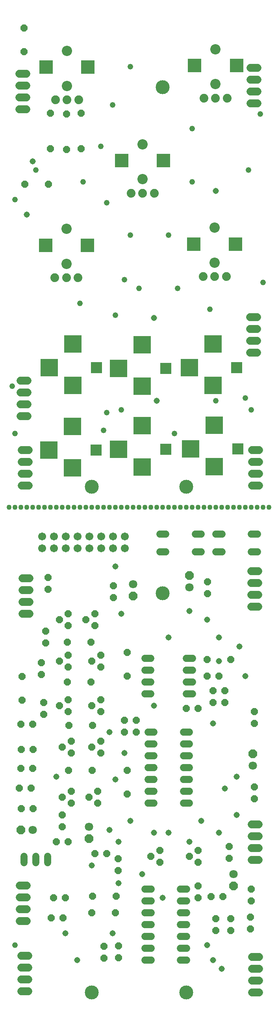
<source format=gbs>
G75*
%MOIN*%
%OFA0B0*%
%FSLAX25Y25*%
%IPPOS*%
%LPD*%
%AMOC8*
5,1,8,0,0,1.08239X$1,22.5*
%
%ADD10C,0.11824*%
%ADD11C,0.04343*%
%ADD12OC8,0.06000*%
%ADD13C,0.07400*%
%ADD14R,0.11824X0.11824*%
%ADD15C,0.08674*%
%ADD16R,0.09800X0.09800*%
%ADD17R,0.14800X0.14800*%
%ADD18C,0.06737*%
%ADD19OC8,0.07100*%
%ADD20C,0.07100*%
%ADD21C,0.06800*%
%ADD22C,0.06000*%
%ADD23C,0.05156*%
%ADD24C,0.04762*%
D10*
X0076000Y0018500D03*
X0156000Y0018500D03*
X0136000Y0356000D03*
X0156000Y0446000D03*
X0076000Y0446000D03*
X0136000Y0783500D03*
D11*
X0136000Y0428500D03*
X0131000Y0428500D03*
X0126000Y0428500D03*
X0121000Y0428500D03*
X0116000Y0428500D03*
X0111000Y0428500D03*
X0106000Y0428500D03*
X0101000Y0428500D03*
X0096000Y0428500D03*
X0091000Y0428500D03*
X0086000Y0428500D03*
X0081000Y0428500D03*
X0076000Y0428500D03*
X0071000Y0428500D03*
X0066000Y0428500D03*
X0061000Y0428500D03*
X0056000Y0428500D03*
X0051000Y0428500D03*
X0046000Y0428500D03*
X0041000Y0428500D03*
X0036000Y0428500D03*
X0031000Y0428500D03*
X0026000Y0428500D03*
X0021000Y0428500D03*
X0016000Y0428500D03*
X0011000Y0428500D03*
X0006000Y0428500D03*
X0141000Y0428500D03*
X0146000Y0428500D03*
X0151000Y0428500D03*
X0156000Y0428500D03*
X0161000Y0428500D03*
X0166000Y0428500D03*
X0171000Y0428500D03*
X0176000Y0428500D03*
X0181000Y0428500D03*
X0186000Y0428500D03*
X0191000Y0428500D03*
X0196000Y0428500D03*
X0201000Y0428500D03*
X0206000Y0428500D03*
X0211000Y0428500D03*
X0216000Y0428500D03*
X0221000Y0428500D03*
X0226000Y0428500D03*
D12*
X0193700Y0300000D03*
X0183500Y0286000D03*
X0188500Y0273500D03*
X0188500Y0263500D03*
X0178500Y0263500D03*
X0178500Y0273500D03*
X0173500Y0286000D03*
X0173700Y0300000D03*
X0166000Y0258500D03*
X0156000Y0258500D03*
X0173900Y0355600D03*
X0173900Y0365600D03*
X0213500Y0256000D03*
X0213500Y0246000D03*
X0213400Y0192400D03*
X0213400Y0182400D03*
X0211000Y0106000D03*
X0211000Y0096000D03*
X0210300Y0082200D03*
X0210300Y0072200D03*
X0193500Y0071000D03*
X0193500Y0081000D03*
X0187000Y0099600D03*
X0181000Y0081000D03*
X0181000Y0071000D03*
X0177000Y0099600D03*
X0166000Y0098500D03*
X0166000Y0108500D03*
X0166000Y0128500D03*
X0166000Y0138500D03*
X0158500Y0133500D03*
X0133500Y0128500D03*
X0133500Y0138500D03*
X0126000Y0133500D03*
X0105900Y0186300D03*
X0105900Y0206300D03*
X0103500Y0238500D03*
X0103500Y0248500D03*
X0113500Y0248500D03*
X0113500Y0238500D03*
X0106000Y0286000D03*
X0106000Y0306000D03*
X0094300Y0352400D03*
X0094300Y0362400D03*
X0078500Y0338500D03*
X0078500Y0328500D03*
X0075200Y0314700D03*
X0076000Y0298500D03*
X0075300Y0281100D03*
X0076000Y0261000D03*
X0076400Y0244300D03*
X0076000Y0226000D03*
X0076200Y0206300D03*
X0081000Y0188500D03*
X0081000Y0178500D03*
X0073500Y0183500D03*
X0083500Y0221000D03*
X0083500Y0231000D03*
X0083500Y0256000D03*
X0083500Y0266000D03*
X0083500Y0293500D03*
X0083500Y0303500D03*
X0071000Y0333500D03*
X0056000Y0328500D03*
X0056000Y0338500D03*
X0055200Y0314700D03*
X0056000Y0303500D03*
X0056000Y0293500D03*
X0055300Y0281100D03*
X0056000Y0266000D03*
X0056000Y0256000D03*
X0056400Y0244300D03*
X0058500Y0231000D03*
X0058500Y0221000D03*
X0056200Y0206300D03*
X0058500Y0188500D03*
X0058500Y0178500D03*
X0056000Y0146000D03*
X0051000Y0158500D03*
X0051000Y0168500D03*
X0051000Y0183500D03*
X0046000Y0146000D03*
X0043500Y0098500D03*
X0041600Y0081700D03*
X0051600Y0081700D03*
X0053500Y0098500D03*
X0076000Y0086000D03*
X0076700Y0100100D03*
X0078500Y0136000D03*
X0088500Y0136000D03*
X0098200Y0131800D03*
X0098200Y0121800D03*
X0096700Y0100100D03*
X0096000Y0086000D03*
X0098700Y0058000D03*
X0098700Y0048000D03*
X0086200Y0047600D03*
X0086200Y0057600D03*
X0051000Y0226000D03*
X0048500Y0261000D03*
X0048500Y0298500D03*
X0048500Y0333500D03*
X0038900Y0359300D03*
X0038900Y0369300D03*
X0036800Y0324100D03*
X0036800Y0314100D03*
X0033200Y0297400D03*
X0033200Y0287400D03*
X0035200Y0263600D03*
X0035200Y0253600D03*
X0025900Y0245400D03*
X0026100Y0224100D03*
X0025900Y0207900D03*
X0024700Y0191200D03*
X0026100Y0174100D03*
X0016100Y0174100D03*
X0014700Y0191200D03*
X0015900Y0207900D03*
X0016100Y0224100D03*
X0015900Y0245400D03*
X0016900Y0265600D03*
X0016900Y0285600D03*
X0019100Y0701700D03*
X0039100Y0701700D03*
X0040800Y0731600D03*
X0040800Y0761600D03*
X0054400Y0760900D03*
X0054400Y0730900D03*
X0066900Y0731600D03*
X0066900Y0761600D03*
X0018500Y0813500D03*
X0018500Y0833500D03*
X0192300Y0142100D03*
X0192300Y0132100D03*
D13*
X0189743Y0623541D03*
X0179900Y0623541D03*
X0170057Y0623541D03*
X0128743Y0694141D03*
X0118900Y0694141D03*
X0109057Y0694141D03*
X0064343Y0622541D03*
X0054500Y0622541D03*
X0044657Y0622541D03*
X0045157Y0772941D03*
X0055000Y0772941D03*
X0064843Y0772941D03*
X0170857Y0774341D03*
X0180700Y0774341D03*
X0190543Y0774341D03*
D14*
X0198417Y0801900D03*
X0162983Y0801900D03*
X0136617Y0721700D03*
X0162183Y0651100D03*
X0197617Y0651100D03*
X0101183Y0721700D03*
X0072217Y0650100D03*
X0036783Y0650100D03*
X0037283Y0800500D03*
X0072717Y0800500D03*
D15*
X0055000Y0814280D03*
X0055000Y0784752D03*
X0054500Y0663880D03*
X0054500Y0634352D03*
X0118900Y0705952D03*
X0118900Y0735480D03*
X0180700Y0786152D03*
X0180700Y0815680D03*
X0179900Y0664880D03*
X0179900Y0635352D03*
D16*
X0198400Y0546700D03*
X0199400Y0477900D03*
X0138500Y0477600D03*
X0138500Y0546000D03*
X0079800Y0546500D03*
X0079700Y0477000D03*
D17*
X0098500Y0477600D03*
X0098500Y0546000D03*
X0118500Y0531000D03*
X0118500Y0497600D03*
X0118500Y0462600D03*
X0118500Y0566000D03*
X0158400Y0546700D03*
X0178400Y0531700D03*
X0179400Y0497900D03*
X0179400Y0462900D03*
X0159400Y0477900D03*
X0178400Y0566700D03*
X0059800Y0566500D03*
X0059800Y0531500D03*
X0059700Y0497000D03*
X0059700Y0462000D03*
X0039700Y0477000D03*
X0039800Y0546500D03*
D18*
X0044000Y0403900D03*
X0044000Y0393900D03*
X0034000Y0393900D03*
X0034000Y0403900D03*
X0054000Y0403900D03*
X0054000Y0393900D03*
X0064000Y0393900D03*
X0064000Y0403900D03*
X0074000Y0403900D03*
X0074000Y0393900D03*
X0084000Y0393900D03*
X0084000Y0403900D03*
X0094000Y0403900D03*
X0094000Y0393900D03*
X0104000Y0393900D03*
X0104000Y0403900D03*
D19*
X0111000Y0353500D03*
X0158500Y0371000D03*
X0212100Y0220400D03*
X0196000Y0108500D03*
X0073500Y0148500D03*
X0016000Y0156000D03*
D20*
X0026000Y0156000D03*
X0073500Y0158500D03*
X0111000Y0363500D03*
X0158500Y0361000D03*
X0212100Y0210400D03*
X0196000Y0118500D03*
D21*
X0211100Y0130500D02*
X0217100Y0130500D01*
X0217100Y0140500D02*
X0211100Y0140500D01*
X0211100Y0150500D02*
X0217100Y0150500D01*
X0217100Y0160500D02*
X0211100Y0160500D01*
X0211600Y0048700D02*
X0217600Y0048700D01*
X0217600Y0038700D02*
X0211600Y0038700D01*
X0211600Y0028700D02*
X0217600Y0028700D01*
X0217600Y0018700D02*
X0211600Y0018700D01*
X0210800Y0344700D02*
X0216800Y0344700D01*
X0216800Y0354700D02*
X0210800Y0354700D01*
X0210800Y0364700D02*
X0216800Y0364700D01*
X0216800Y0374700D02*
X0210800Y0374700D01*
X0211500Y0446900D02*
X0217500Y0446900D01*
X0217500Y0456900D02*
X0211500Y0456900D01*
X0211500Y0466900D02*
X0217500Y0466900D01*
X0217500Y0476900D02*
X0211500Y0476900D01*
X0209800Y0559300D02*
X0215800Y0559300D01*
X0215800Y0569300D02*
X0209800Y0569300D01*
X0209800Y0579300D02*
X0215800Y0579300D01*
X0215800Y0589300D02*
X0209800Y0589300D01*
X0210200Y0770100D02*
X0216200Y0770100D01*
X0216200Y0780100D02*
X0210200Y0780100D01*
X0210200Y0790100D02*
X0216200Y0790100D01*
X0216200Y0800100D02*
X0210200Y0800100D01*
X0023200Y0368600D02*
X0017200Y0368600D01*
X0017200Y0358600D02*
X0023200Y0358600D01*
X0023200Y0348600D02*
X0017200Y0348600D01*
X0017200Y0338600D02*
X0023200Y0338600D01*
X0022600Y0446900D02*
X0016600Y0446900D01*
X0016600Y0456900D02*
X0022600Y0456900D01*
X0022600Y0466900D02*
X0016600Y0466900D01*
X0016600Y0476900D02*
X0022600Y0476900D01*
X0021600Y0505700D02*
X0015600Y0505700D01*
X0015600Y0515700D02*
X0021600Y0515700D01*
X0021600Y0525700D02*
X0015600Y0525700D01*
X0015600Y0535700D02*
X0021600Y0535700D01*
X0020500Y0765100D02*
X0014500Y0765100D01*
X0014500Y0775100D02*
X0020500Y0775100D01*
X0020500Y0785100D02*
X0014500Y0785100D01*
X0014500Y0795100D02*
X0020500Y0795100D01*
X0020800Y0108900D02*
X0014800Y0108900D01*
X0014800Y0098900D02*
X0020800Y0098900D01*
X0020800Y0088900D02*
X0014800Y0088900D01*
X0014800Y0078900D02*
X0020800Y0078900D01*
X0022300Y0049800D02*
X0016300Y0049800D01*
X0016300Y0039800D02*
X0022300Y0039800D01*
X0022300Y0029800D02*
X0016300Y0029800D01*
X0016300Y0019800D02*
X0022300Y0019800D01*
D22*
X0018500Y0128400D02*
X0018500Y0133600D01*
X0028500Y0133600D02*
X0028500Y0128400D01*
X0038500Y0128400D02*
X0038500Y0133600D01*
X0120900Y0106000D02*
X0126100Y0106000D01*
X0126100Y0096000D02*
X0120900Y0096000D01*
X0120900Y0086000D02*
X0126100Y0086000D01*
X0126100Y0076000D02*
X0120900Y0076000D01*
X0120900Y0066000D02*
X0126100Y0066000D01*
X0126100Y0056000D02*
X0120900Y0056000D01*
X0120900Y0046000D02*
X0126100Y0046000D01*
X0150900Y0046000D02*
X0156100Y0046000D01*
X0156100Y0056000D02*
X0150900Y0056000D01*
X0150900Y0066000D02*
X0156100Y0066000D01*
X0156100Y0076000D02*
X0150900Y0076000D01*
X0150900Y0086000D02*
X0156100Y0086000D01*
X0156100Y0096000D02*
X0150900Y0096000D01*
X0150900Y0106000D02*
X0156100Y0106000D01*
X0158600Y0178500D02*
X0153400Y0178500D01*
X0153400Y0188500D02*
X0158600Y0188500D01*
X0158600Y0198500D02*
X0153400Y0198500D01*
X0153400Y0208500D02*
X0158600Y0208500D01*
X0158600Y0218500D02*
X0153400Y0218500D01*
X0153400Y0228500D02*
X0158600Y0228500D01*
X0158600Y0238500D02*
X0153400Y0238500D01*
X0156000Y0271000D02*
X0161200Y0271000D01*
X0161200Y0281000D02*
X0156000Y0281000D01*
X0156000Y0291000D02*
X0161200Y0291000D01*
X0161200Y0301000D02*
X0156000Y0301000D01*
X0163400Y0391000D02*
X0168600Y0391000D01*
X0168600Y0406000D02*
X0163400Y0406000D01*
X0180900Y0406000D02*
X0186100Y0406000D01*
X0186100Y0391000D02*
X0180900Y0391000D01*
X0210900Y0391000D02*
X0216100Y0391000D01*
X0216100Y0406000D02*
X0210900Y0406000D01*
X0138600Y0406000D02*
X0133400Y0406000D01*
X0133400Y0391000D02*
X0138600Y0391000D01*
X0126000Y0301000D02*
X0120800Y0301000D01*
X0120800Y0291000D02*
X0126000Y0291000D01*
X0126000Y0281000D02*
X0120800Y0281000D01*
X0120800Y0271000D02*
X0126000Y0271000D01*
X0123400Y0238500D02*
X0128600Y0238500D01*
X0128600Y0228500D02*
X0123400Y0228500D01*
X0123400Y0218500D02*
X0128600Y0218500D01*
X0128600Y0208500D02*
X0123400Y0208500D01*
X0123400Y0198500D02*
X0128600Y0198500D01*
X0128600Y0188500D02*
X0123400Y0188500D01*
X0123400Y0178500D02*
X0128600Y0178500D01*
D23*
X0128500Y0153500D03*
X0118500Y0118500D03*
X0108500Y0163500D03*
X0098500Y0146000D03*
X0091000Y0156000D03*
X0096000Y0198500D03*
X0103500Y0221000D03*
X0091000Y0238500D03*
X0101000Y0338500D03*
X0096000Y0378500D03*
X0128500Y0261000D03*
X0141000Y0318500D03*
X0158500Y0341000D03*
X0173500Y0333500D03*
X0183500Y0318500D03*
X0183500Y0298500D03*
X0178500Y0246000D03*
X0188500Y0191000D03*
X0198500Y0201000D03*
X0198500Y0168500D03*
X0183500Y0153500D03*
X0168500Y0163500D03*
X0158500Y0146000D03*
X0141000Y0153500D03*
X0136000Y0098500D03*
X0098500Y0111000D03*
X0093500Y0068500D03*
X0076000Y0126000D03*
X0053500Y0068500D03*
X0063500Y0046000D03*
X0046000Y0201000D03*
X0131000Y0518500D03*
X0128500Y0588500D03*
X0181000Y0696000D03*
X0201000Y0311000D03*
X0206000Y0286000D03*
X0173500Y0058500D03*
X0178500Y0046000D03*
X0186000Y0038500D03*
X0021000Y0676000D03*
X0026000Y0721000D03*
D24*
X0011000Y0058500D03*
X0011000Y0491000D03*
X0008500Y0531000D03*
X0011000Y0688500D03*
X0028500Y0713500D03*
X0066000Y0601000D03*
X0088500Y0686000D03*
X0083500Y0733500D03*
X0093500Y0768500D03*
X0108500Y0801000D03*
X0068500Y0703500D03*
X0096000Y0591000D03*
X0103500Y0621000D03*
X0108500Y0658500D03*
X0116000Y0613500D03*
X0141000Y0658500D03*
X0148500Y0613500D03*
X0176000Y0596000D03*
X0181000Y0518500D03*
X0206000Y0521000D03*
X0211000Y0511000D03*
X0221000Y0618500D03*
X0208500Y0713500D03*
X0218500Y0761000D03*
X0161000Y0748500D03*
X0161000Y0703500D03*
X0146000Y0491000D03*
X0101000Y0511000D03*
X0088500Y0508500D03*
X0086000Y0493500D03*
M02*

</source>
